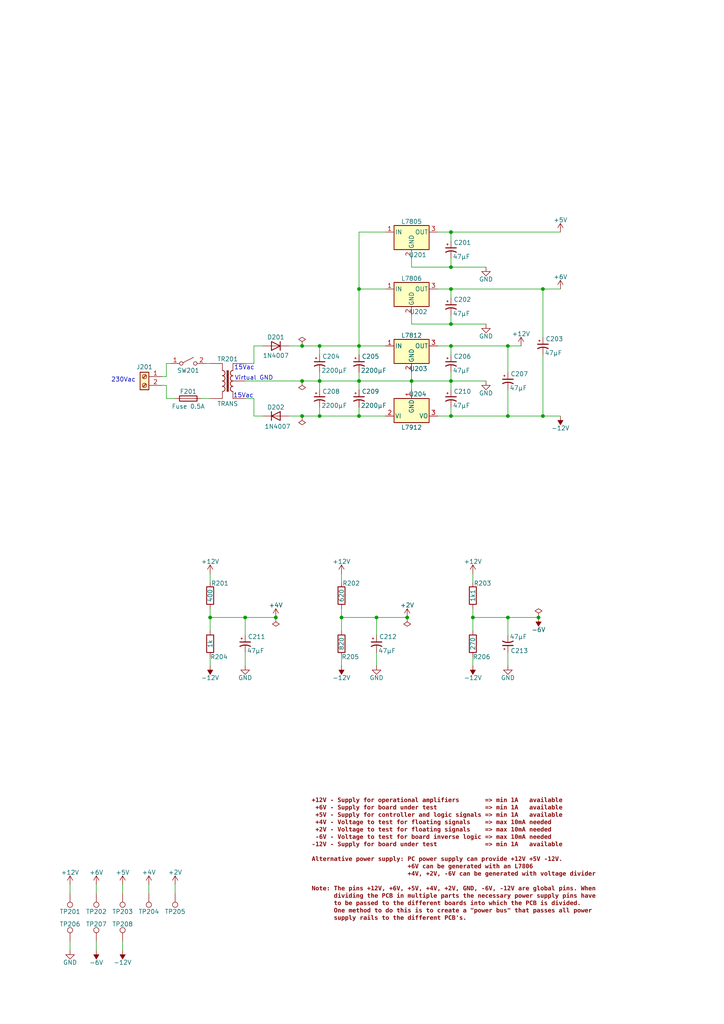
<source format=kicad_sch>
(kicad_sch (version 20250114) (generator "eeschema") (generator_version "9.0")
  (paper "A4" portrait)
  (title_block (title "VersaLogic board tester") (date "2025-09-09") (rev "1.0") (comment 1 "Copyright (c) 2025 by Filip Pynckels & Robin Pynckels"))
  (lib_symbols
    (symbol "Connector:Screw_Terminal_01x02" (pin_names (offset 1.016) (hide yes))
      (property "Reference" "J" (at 0 2.54 0))
      (property "Value" "Screw_Terminal_01x02" (at 0 -5.08 0))
      (symbol "Screw_Terminal_01x02_1_1"
        (rectangle (start -1.27 1.27) (end 1.27 -3.81) (stroke (width 0.254)) (fill (type background)))
        (polyline (pts (xy -0.5334 0.3302) (xy 0.3302 -0.508)) (stroke (width 0.1524)))
        (polyline (pts (xy -0.5334 -2.2098) (xy 0.3302 -3.048)) (stroke (width 0.1524)))
        (polyline (pts (xy -0.3556 0.508) (xy 0.508 -0.3302)) (stroke (width 0.1524)))
        (polyline (pts (xy -0.3556 -2.032) (xy 0.508 -2.8702)) (stroke (width 0.1524)))
        (circle (center 0 0) (radius 0.635) (stroke (width 0.1524)))
        (circle (center 0 -2.54) (radius 0.635) (stroke (width 0.1524)))
        (pin passive line (at -5.08 0 0) (length 3.81) (name "Pin_1") (number "1"))
        (pin passive line (at -5.08 -2.54 0) (length 3.81) (name "Pin_2") (number "2"))
      )
    )
    (symbol "Connector:TestPoint" (pin_numbers (hide yes)) (pin_names (offset 0.762) (hide yes))
      (property "Reference" "TP" (at 0 6.858 0))
      (property "Value" "TestPoint" (at 0 5.08 0))
      (symbol "TestPoint_0_1"
        (circle (center 0 3.302) (radius 0.762))
      )
      (symbol "TestPoint_1_1"
        (pin passive line (at 0 0 90) (length 2.54) (name "1") (number "1"))
      )
    )
    (symbol "Device:C_Polarized_Small_US" (pin_numbers (hide yes)) (pin_names (offset 0.254) (hide yes))
      (property "Reference" "C" (at 0.254 1.778 0))
      (property "Value" "C_Polarized_Small_US" (at 0.254 -2.032 0))
      (symbol "C_Polarized_Small_US_0_1"
        (polyline (pts (xy -1.524 0.508) (xy 1.524 0.508)) (stroke (width 0.3048)))
        (polyline (pts (xy -1.27 1.524) (xy -0.762 1.524)))
        (polyline (pts (xy -1.016 1.27) (xy -1.016 1.778)))
        (arc (start -1.524 -0.762) (mid 0 -0.3734) (end 1.524 -0.762) (stroke (width 0.3048)))
      )
      (symbol "C_Polarized_Small_US_1_1"
        (pin passive line (at 0 2.54 270) (length 2.032) (name "~") (number "1"))
        (pin passive line (at 0 -2.54 90) (length 2.032) (name "~") (number "2"))
      )
    )
    (symbol "Device:Fuse" (pin_numbers (hide yes)) (pin_names (offset 0))
      (property "Reference" "F" (at 2.032 0 90))
      (property "Value" "Fuse" (at -1.905 0 90))
      (symbol "Fuse_0_1"
        (rectangle (start -0.762 -2.54) (end 0.762 2.54) (stroke (width 0.254)))
        (polyline (pts (xy 0 2.54) (xy 0 -2.54)))
      )
      (symbol "Fuse_1_1"
        (pin passive line (at 0 3.81 270) (length 1.27) (name "~") (number "1"))
        (pin passive line (at 0 -3.81 90) (length 1.27) (name "~") (number "2"))
      )
    )
    (symbol "Device:R" (pin_numbers (hide yes)) (pin_names (offset 0))
      (property "Reference" "R" (at 2.032 0 90))
      (property "Value" "R" (at 0 0 90))
      (symbol "R_0_1"
        (rectangle (start -1.016 -2.54) (end 1.016 2.54) (stroke (width 0.254)))
      )
      (symbol "R_1_1"
        (pin passive line (at 0 3.81 270) (length 1.27) (name "~") (number "1"))
        (pin passive line (at 0 -3.81 90) (length 1.27) (name "~") (number "2"))
      )
    )
    (symbol "Diode:1N4007" (pin_numbers (hide yes)) (pin_names (hide yes))
      (property "Reference" "D" (at 0 2.54 0))
      (property "Value" "1N4007" (at 0 -2.54 0))
      (symbol "1N4007_0_1"
        (polyline (pts (xy -1.27 1.27) (xy -1.27 -1.27)) (stroke (width 0.254)))
        (polyline (pts (xy 1.27 1.27) (xy 1.27 -1.27) (xy -1.27 0) (xy 1.27 1.27)) (stroke (width 0.254)))
        (polyline (pts (xy 1.27 0) (xy -1.27 0)))
      )
      (symbol "1N4007_1_1"
        (pin passive line (at -3.81 0 0) (length 2.54) (name "K") (number "1"))
        (pin passive line (at 3.81 0 180) (length 2.54) (name "A") (number "2"))
      )
    )
    (symbol "Power:+2V" (power) (pin_numbers (hide yes)) (pin_names (offset 0) (hide yes))
      (property "Value" "+2V" (at 0 3.556 0))
      (symbol "+2V_0_1"
        (polyline (pts (xy -0.762 1.27) (xy 0 2.54)))
        (polyline (pts (xy 0 2.54) (xy 0.762 1.27)))
        (polyline (pts (xy 0 0) (xy 0 2.54)))
      )
      (symbol "+2V_1_1"
        (pin power_in line (at 0 0 90) (length 0) (name "~") (number "1"))
      )
    )
    (symbol "Regulator_Linear:L7805" (pin_names (offset 0.254))
      (property "Reference" "U" (at -3.81 3.175 0))
      (property "Value" "L7805" (at 0 3.175 0))
      (symbol "L7805_0_1"
        (rectangle (start -5.08 1.905) (end 5.08 -5.08) (stroke (width 0.254)) (fill (type background)))
      )
      (symbol "L7805_1_1"
        (pin power_in line (at -7.62 0 0) (length 2.54) (name "IN") (number "1"))
        (pin power_in line (at 0 -7.62 90) (length 2.54) (name "GND") (number "2"))
        (pin power_out line (at 7.62 0 180) (length 2.54) (name "OUT") (number "3"))
      )
    )
    (symbol "Regulator_Linear:L7806" (pin_names (offset 0.254))
      (property "Reference" "U" (at -3.81 3.175 0))
      (property "Value" "L7806" (at 0 3.175 0))
      (symbol "L7806_0_1"
        (rectangle (start -5.08 1.905) (end 5.08 -5.08) (stroke (width 0.254)) (fill (type background)))
      )
      (symbol "L7806_1_1"
        (pin power_in line (at -7.62 0 0) (length 2.54) (name "IN") (number "1"))
        (pin power_in line (at 0 -7.62 90) (length 2.54) (name "GND") (number "2"))
        (pin power_out line (at 7.62 0 180) (length 2.54) (name "OUT") (number "3"))
      )
    )
    (symbol "Regulator_Linear:L7812" (pin_names (offset 0.254))
      (property "Reference" "U" (at -3.81 3.175 0))
      (property "Value" "L7812" (at 0 3.175 0))
      (symbol "L7812_0_1"
        (rectangle (start -5.08 1.905) (end 5.08 -5.08) (stroke (width 0.254)) (fill (type background)))
      )
      (symbol "L7812_1_1"
        (pin power_in line (at -7.62 0 0) (length 2.54) (name "IN") (number "1"))
        (pin power_in line (at 0 -7.62 90) (length 2.54) (name "GND") (number "2"))
        (pin power_out line (at 7.62 0 180) (length 2.54) (name "OUT") (number "3"))
      )
    )
    (symbol "Regulator_Linear:L7912" (pin_names (offset 0.254))
      (property "Reference" "U" (at -3.81 -3.175 0))
      (property "Value" "L7912" (at 0 -3.175 0))
      (symbol "L7912_0_1"
        (rectangle (start -5.08 5.08) (end 5.08 -1.905) (stroke (width 0.254)) (fill (type background)))
      )
      (symbol "L7912_1_1"
        (pin power_in line (at -7.62 0 0) (length 2.54) (name "VI") (number "2"))
        (pin power_in line (at 0 7.62 270) (length 2.54) (name "GND") (number "1"))
        (pin power_out line (at 7.62 0 180) (length 2.54) (name "VO") (number "3"))
      )
    )
    (symbol "Switch:SW_SPST" (pin_names (offset 0) (hide yes))
      (property "Reference" "SW" (at 0 3.175 0))
      (property "Value" "SW_SPST" (at 0 -2.54 0))
      (symbol "SW_SPST_0_0"
        (circle (center -2.032 0) (radius 0.508))
        (polyline (pts (xy -1.524 0.254) (xy 1.524 1.778)))
        (circle (center 2.032 0) (radius 0.508))
      )
      (symbol "SW_SPST_1_1"
        (pin passive line (at -5.08 0 0) (length 2.54) (name "A") (number "1"))
        (pin passive line (at 5.08 0 180) (length 2.54) (name "B") (number "2"))
      )
    )
    (symbol "Transformer:TRANSF4" (pin_numbers (hide yes)) (pin_names (offset 0))
      (property "Reference" "TR" (at 0 6.35 0))
      (property "Value" "TRANSF4" (at 0 -6.35 0))
      (symbol "TRANSF4_0_1"
        (polyline (pts (xy -2.54 5.08) (xy -1.524 5.08) (xy -1.524 3.048) (xy -1.524 3.048)) (stroke (width 0.1524)))
        (arc (start -1.524 3.048) (mid -0.7653 2.286) (end -1.524 1.524) (stroke (width 0.2032)))
        (arc (start -1.524 1.524) (mid -0.7653 0.762) (end -1.524 0) (stroke (width 0.2032)))
        (arc (start -1.524 0) (mid -0.7653 -0.762) (end -1.524 -1.524) (stroke (width 0.2032)))
        (arc (start -1.524 -1.524) (mid -0.7653 -2.286) (end -1.524 -3.048) (stroke (width 0.2032)))
        (polyline (pts (xy -1.524 0) (xy -2.54 0) (xy -2.54 0)) (fill (type outline)))
        (polyline (pts (xy -1.524 -3.048) (xy -1.524 -5.08) (xy -2.54 -5.08) (xy -2.54 -5.08)) (stroke (width 0.1524)))
        (rectangle (start -0.254 3.048) (end 0.254 -3.048) (stroke (width 0.0254)) (fill (type outline)))
        (polyline (pts (xy 1.524 3.048) (xy 1.524 5.08) (xy 2.54 5.08) (xy 2.54 5.08)) (stroke (width 0.1524)))
        (arc (start 1.524 1.524) (mid 0.7653 2.286) (end 1.524 3.048) (stroke (width 0.2032)))
        (arc (start 1.524 0) (mid 0.7653 0.762) (end 1.524 1.524) (stroke (width 0.2032)))
        (arc (start 1.524 -1.524) (mid 0.7653 -0.762) (end 1.524 0) (stroke (width 0.2032)))
        (arc (start 1.524 -3.048) (mid 0.7653 -2.286) (end 1.524 -1.524) (stroke (width 0.2032)))
        (polyline (pts (xy 2.54 -5.08) (xy 1.524 -5.08) (xy 1.524 -3.048) (xy 1.524 -3.048)) (stroke (width 0.1524)))
      )
      (symbol "TRANSF4_1_1"
        (pin passive line (at -5.08 5.08 0) (length 2.54) (name "~") (number "1"))
        (pin passive line (at -5.08 0 0) (length 2.54) (name "~") (number "2"))
        (pin passive line (at -5.08 -5.08 0) (length 2.54) (name "~") (number "3"))
        (pin passive line (at 5.08 5.08 180) (length 2.54) (name "~") (number "5"))
        (pin passive line (at 5.08 -5.08 180) (length 2.54) (name "~") (number "4"))
      )
    )
    (symbol "power:+12V" (power) (pin_numbers (hide yes)) (pin_names (offset 0) (hide yes))
      (property "Value" "+12V" (at 0 3.556 0))
      (symbol "+12V_0_1"
        (polyline (pts (xy -0.762 1.27) (xy 0 2.54)))
        (polyline (pts (xy 0 2.54) (xy 0.762 1.27)))
        (polyline (pts (xy 0 0) (xy 0 2.54)))
      )
      (symbol "+12V_1_1"
        (pin power_in line (at 0 0 90) (length 0) (name "~") (number "1"))
      )
    )
    (symbol "power:+4V" (power) (pin_numbers (hide yes)) (pin_names (offset 0) (hide yes))
      (property "Value" "+4V" (at 0 3.556 0))
      (symbol "+4V_0_1"
        (polyline (pts (xy -0.762 1.27) (xy 0 2.54)))
        (polyline (pts (xy 0 2.54) (xy 0.762 1.27)))
        (polyline (pts (xy 0 0) (xy 0 2.54)))
      )
      (symbol "+4V_1_1"
        (pin power_in line (at 0 0 90) (length 0) (name "~") (number "1"))
      )
    )
    (symbol "power:+5V" (power) (pin_numbers (hide yes)) (pin_names (offset 0) (hide yes))
      (property "Value" "+5V" (at 0 3.556 0))
      (symbol "+5V_0_1"
        (polyline (pts (xy -0.762 1.27) (xy 0 2.54)))
        (polyline (pts (xy 0 2.54) (xy 0.762 1.27)))
        (polyline (pts (xy 0 0) (xy 0 2.54)))
      )
      (symbol "+5V_1_1"
        (pin power_in line (at 0 0 90) (length 0) (name "~") (number "1"))
      )
    )
    (symbol "power:+6V" (power) (pin_numbers (hide yes)) (pin_names (offset 0) (hide yes))
      (property "Value" "+6V" (at 0 3.556 0))
      (symbol "+6V_0_1"
        (polyline (pts (xy -0.762 1.27) (xy 0 2.54)))
        (polyline (pts (xy 0 2.54) (xy 0.762 1.27)))
        (polyline (pts (xy 0 0) (xy 0 2.54)))
      )
      (symbol "+6V_1_1"
        (pin power_in line (at 0 0 90) (length 0) (name "~") (number "1"))
      )
    )
    (symbol "power:-12V" (power) (pin_numbers (hide yes)) (pin_names (offset 0) (hide yes))
      (property "Value" "-12V" (at 0 3.556 0))
      (symbol "-12V_0_0"
        (pin power_in line (at 0 0 90) (length 0) (name "~") (number "1"))
      )
      (symbol "-12V_0_1"
        (polyline (pts (xy 0 0) (xy 0 1.27) (xy 0.762 1.27) (xy 0 2.54) (xy -0.762 1.27) (xy 0 1.27)) (fill (type outline)))
      )
    )
    (symbol "power:-6V" (power) (pin_numbers (hide yes)) (pin_names (offset 0) (hide yes))
      (property "Value" "-6V" (at 0 3.556 0))
      (symbol "-6V_0_0"
        (pin power_in line (at 0 0 90) (length 0) (name "~") (number "1"))
      )
      (symbol "-6V_0_1"
        (polyline (pts (xy 0 0) (xy 0 1.27) (xy 0.762 1.27) (xy 0 2.54) (xy -0.762 1.27) (xy 0 1.27)) (fill (type outline)))
      )
    )
    (symbol "power:GND" (power) (pin_numbers (hide yes)) (pin_names (offset 0) (hide yes))
      (property "Value" "GND" (at 0 -3.81 0))
      (symbol "GND_0_1"
        (polyline (pts (xy 0 0) (xy 0 -1.27) (xy 1.27 -1.27) (xy 0 -2.54) (xy -1.27 -1.27) (xy 0 -1.27)))
      )
      (symbol "GND_1_1"
        (pin power_in line (at 0 0 270) (length 0) (name "~") (number "1"))
      )
    )
    (symbol "power:PWR_FLAG" (power) (pin_numbers (hide yes)) (pin_names (offset 0) (hide yes))
      (property "Value" "PWR_FLAG" (at 0 3.81 0))
      (symbol "PWR_FLAG_0_0"
        (pin power_out line (at 0 0 90) (length 0) (name "~") (number "1"))
      )
      (symbol "PWR_FLAG_0_1"
        (polyline (pts (xy 0 0) (xy 0 1.27) (xy -1.016 1.905) (xy 0 2.54) (xy 1.016 1.905) (xy 0 1.27)))
      )
    )
  )
  (text "15Vac" (at 70.866 106.68 0) (effects (font (size 1.27 1.27))))
  (text "Virtual GND" (at 73.66 109.728 0) (effects (font (size 1.27 1.27))))
  (text "15Vac" (at 70.612 114.808 0) (effects (font (size 1.27 1.27))))
  (text "230Vac" (at 39.37 110.236 0) (effects (font (size 1.27 1.27)) (justify right)))
  (text "+12V - Supply for operational amplifiers       => min 1A   available\n +6V - Supply for board under test             => min 1A   available\n +5V - Supply for controller and logic signals => min 1A   available\n +4V - Voltage to test for floating signals    => max 10mA needed\n +2V - Voltage to test for floating signals    => max 10mA needed\n -6V - Voltage to test for board inverse logic => max 10mA needed\n-12V - Supply for board under test             => min 1A   available\n\nAlternative power supply: PC power supply can provide +12V +5V -12V.\n                          +6V can be generated with an L7806\n                          +4V, +2V, -6V can be generated with voltage divider\n\nNote: The pins +12V, +6V, +5V, +4V, +2V, GND, -6V, -12V are global pins. When\n      dividing the PCB in multiple parts the necessary power supply pins have\n      to be passed to the different boards into which the PCB is divided.\n      One method to do this is to create a \"power bus\" that passes all power\n      supply rails to the different PCB's." (at 90.424 231.902 0) (effects (font (size 1.27 1.27) (bold yes)) (justify left top)))
  (junction (at 130.81 77.47))
  (junction (at 92.71 120.65))
  (junction (at 99.06 179.07))
  (junction (at 130.81 110.49))
  (junction (at 71.12 179.07))
  (junction (at 147.32 120.65))
  (junction (at 60.96 179.07))
  (junction (at 147.32 100.33))
  (junction (at 87.63 110.49))
  (junction (at 104.14 83.82))
  (junction (at 119.38 110.49))
  (junction (at 109.22 179.07))
  (junction (at 156.21 179.07))
  (junction (at 130.81 120.65))
  (junction (at 80.01 179.07))
  (junction (at 130.81 67.31))
  (junction (at 92.71 100.33))
  (junction (at 87.63 120.65))
  (junction (at 157.48 120.65))
  (junction (at 137.16 179.07))
  (junction (at 130.81 83.82))
  (junction (at 118.11 179.07))
  (junction (at 104.14 100.33))
  (junction (at 157.48 83.82))
  (junction (at 130.81 93.98))
  (junction (at 147.32 179.07))
  (junction (at 130.81 100.33))
  (junction (at 92.71 110.49))
  (junction (at 87.63 100.33))
  (junction (at 104.14 110.49))
  (junction (at 104.14 120.65))
  (wire (pts (xy 109.22 179.07) (xy 109.22 184.15)))
  (wire (pts (xy 60.96 166.37) (xy 60.96 168.91)))
  (wire (pts (xy 71.12 189.23) (xy 71.12 193.04)))
  (wire (pts (xy 104.14 110.49) (xy 92.71 110.49)))
  (wire (pts (xy 147.32 100.33) (xy 151.13 100.33)))
  (wire (pts (xy 119.38 110.49) (xy 130.81 110.49)))
  (wire (pts (xy 111.76 120.65) (xy 104.14 120.65)))
  (wire (pts (xy 104.14 102.87) (xy 104.14 100.33)))
  (wire (pts (xy 71.12 179.07) (xy 71.12 184.15)))
  (wire (pts (xy 119.38 74.93) (xy 119.38 77.47)))
  (wire (pts (xy 147.32 179.07) (xy 137.16 179.07)))
  (wire (pts (xy 130.81 107.95) (xy 130.81 110.49)))
  (wire (pts (xy 99.06 179.07) (xy 99.06 182.88)))
  (wire (pts (xy 99.06 190.5) (xy 99.06 193.04)))
  (wire (pts (xy 92.71 110.49) (xy 92.71 113.03)))
  (wire (pts (xy 156.21 179.07) (xy 147.32 179.07)))
  (wire (pts (xy 127 120.65) (xy 130.81 120.65)))
  (wire (pts (xy 104.14 67.31) (xy 104.14 83.82)))
  (wire (pts (xy 147.32 189.23) (xy 147.32 193.04)))
  (wire (pts (xy 130.81 93.98) (xy 140.97 93.98)))
  (wire (pts (xy 87.63 110.49) (xy 92.71 110.49)))
  (wire (pts (xy 48.26 111.76) (xy 48.26 115.57)))
  (wire (pts (xy 27.94 256.54) (xy 27.94 259.08)))
  (wire (pts (xy 73.66 115.57) (xy 73.66 120.65)))
  (wire (pts (xy 119.38 110.49) (xy 119.38 113.03)))
  (wire (pts (xy 58.42 115.57) (xy 60.96 115.57)))
  (wire (pts (xy 48.26 109.22) (xy 48.26 105.41)))
  (wire (pts (xy 130.81 120.65) (xy 147.32 120.65)))
  (wire (pts (xy 130.81 67.31) (xy 162.56 67.31)))
  (wire (pts (xy 92.71 100.33) (xy 92.71 102.87)))
  (wire (pts (xy 109.22 179.07) (xy 99.06 179.07)))
  (wire (pts (xy 147.32 179.07) (xy 147.32 184.15)))
  (wire (pts (xy 99.06 166.37) (xy 99.06 168.91)))
  (wire (pts (xy 111.76 83.82) (xy 104.14 83.82)))
  (wire (pts (xy 48.26 105.41) (xy 49.53 105.41)))
  (wire (pts (xy 83.82 100.33) (xy 87.63 100.33)))
  (wire (pts (xy 130.81 83.82) (xy 130.81 86.36)))
  (wire (pts (xy 104.14 113.03) (xy 104.14 110.49)))
  (wire (pts (xy 71.12 179.07) (xy 60.96 179.07)))
  (wire (pts (xy 130.81 67.31) (xy 130.81 69.85)))
  (wire (pts (xy 157.48 102.87) (xy 157.48 120.65)))
  (wire (pts (xy 127 67.31) (xy 130.81 67.31)))
  (wire (pts (xy 104.14 100.33) (xy 111.76 100.33)))
  (wire (pts (xy 46.99 109.22) (xy 48.26 109.22)))
  (wire (pts (xy 35.56 273.05) (xy 35.56 275.59)))
  (wire (pts (xy 71.12 115.57) (xy 73.66 115.57)))
  (wire (pts (xy 130.81 91.44) (xy 130.81 93.98)))
  (wire (pts (xy 99.06 176.53) (xy 99.06 179.07)))
  (wire (pts (xy 109.22 189.23) (xy 109.22 193.04)))
  (wire (pts (xy 73.66 105.41) (xy 73.66 100.33)))
  (wire (pts (xy 104.14 100.33) (xy 92.71 100.33)))
  (wire (pts (xy 43.18 256.54) (xy 43.18 259.08)))
  (wire (pts (xy 104.14 110.49) (xy 119.38 110.49)))
  (wire (pts (xy 80.01 179.07) (xy 71.12 179.07)))
  (wire (pts (xy 27.94 273.05) (xy 27.94 275.59)))
  (wire (pts (xy 104.14 83.82) (xy 104.14 100.33)))
  (wire (pts (xy 87.63 100.33) (xy 92.71 100.33)))
  (wire (pts (xy 71.12 110.49) (xy 87.63 110.49)))
  (wire (pts (xy 130.81 74.93) (xy 130.81 77.47)))
  (wire (pts (xy 59.69 105.41) (xy 60.96 105.41)))
  (wire (pts (xy 147.32 100.33) (xy 147.32 107.95)))
  (wire (pts (xy 92.71 107.95) (xy 92.71 110.49)))
  (wire (pts (xy 157.48 83.82) (xy 157.48 97.79)))
  (wire (pts (xy 20.32 256.54) (xy 20.32 259.08)))
  (wire (pts (xy 127 83.82) (xy 130.81 83.82)))
  (wire (pts (xy 127 100.33) (xy 130.81 100.33)))
  (wire (pts (xy 130.81 83.82) (xy 157.48 83.82)))
  (wire (pts (xy 111.76 67.31) (xy 104.14 67.31)))
  (wire (pts (xy 137.16 190.5) (xy 137.16 193.04)))
  (wire (pts (xy 35.56 256.54) (xy 35.56 259.08)))
  (wire (pts (xy 137.16 179.07) (xy 137.16 182.88)))
  (wire (pts (xy 60.96 176.53) (xy 60.96 179.07)))
  (wire (pts (xy 104.14 107.95) (xy 104.14 110.49)))
  (wire (pts (xy 48.26 115.57) (xy 50.8 115.57)))
  (wire (pts (xy 71.12 105.41) (xy 73.66 105.41)))
  (wire (pts (xy 20.32 273.05) (xy 20.32 275.59)))
  (wire (pts (xy 118.11 179.07) (xy 109.22 179.07)))
  (wire (pts (xy 104.14 120.65) (xy 104.14 118.11)))
  (wire (pts (xy 130.81 110.49) (xy 140.97 110.49)))
  (wire (pts (xy 119.38 107.95) (xy 119.38 110.49)))
  (wire (pts (xy 130.81 118.11) (xy 130.81 120.65)))
  (wire (pts (xy 92.71 118.11) (xy 92.71 120.65)))
  (wire (pts (xy 137.16 166.37) (xy 137.16 168.91)))
  (wire (pts (xy 119.38 93.98) (xy 130.81 93.98)))
  (wire (pts (xy 157.48 83.82) (xy 162.56 83.82)))
  (wire (pts (xy 119.38 91.44) (xy 119.38 93.98)))
  (wire (pts (xy 50.8 256.54) (xy 50.8 259.08)))
  (wire (pts (xy 87.63 120.65) (xy 92.71 120.65)))
  (wire (pts (xy 46.99 111.76) (xy 48.26 111.76)))
  (wire (pts (xy 147.32 113.03) (xy 147.32 120.65)))
  (wire (pts (xy 60.96 190.5) (xy 60.96 193.04)))
  (wire (pts (xy 130.81 100.33) (xy 147.32 100.33)))
  (wire (pts (xy 83.82 120.65) (xy 87.63 120.65)))
  (wire (pts (xy 157.48 120.65) (xy 162.56 120.65)))
  (wire (pts (xy 119.38 77.47) (xy 130.81 77.47)))
  (wire (pts (xy 130.81 77.47) (xy 140.97 77.47)))
  (wire (pts (xy 130.81 100.33) (xy 130.81 102.87)))
  (wire (pts (xy 92.71 120.65) (xy 104.14 120.65)))
  (wire (pts (xy 73.66 100.33) (xy 76.2 100.33)))
  (wire (pts (xy 137.16 176.53) (xy 137.16 179.07)))
  (wire (pts (xy 73.66 120.65) (xy 76.2 120.65)))
  (wire (pts (xy 147.32 120.65) (xy 157.48 120.65)))
  (wire (pts (xy 130.81 110.49) (xy 130.81 113.03)))
  (wire (pts (xy 60.96 179.07) (xy 60.96 182.88)))
  (symbol (lib_id "power:+12V") (at 151.13 100.33 0) (mirror y) (unit 1)
    (property "Reference" "#PWR0205" (effects (hide yes)))
    (property "Value" "+12V" (at 151.13 97.536 0) (effects (justify bottom)))
    (property "Description" "Power symbol creates a global label with name \"+12V\"" (effects (hide yes)))
  )
  (symbol (lib_id "power:GND") (at 140.97 110.49 0) (mirror y) (unit 1)
    (property "Reference" "#PWR0206" (effects (hide yes)))
    (property "Value" "GND" (at 140.97 113.284 0) (effects (justify top)))
    (property "Description" "Power symbol creates a global label with name \"GND\" , ground" (effects (hide yes)))
  )
  (symbol (lib_id "power:+12V") (at 20.32 256.54 0) (mirror y) (unit 1)
    (property "Reference" "#PWR0220" (effects (hide yes)))
    (property "Value" "+12V" (at 20.32 253.746 0) (effects (justify bottom)))
    (property "Description" "Power symbol creates a global label with name \"+12V\"" (effects (hide yes)))
  )
  (symbol (lib_id "Connector:TestPoint") (at 43.18 259.08 180) (unit 1)
    (property "Reference" "TP204" (at 43.18 263.652 0) (effects (justify bottom)))
    (property "Value" "TestPoint" (effects (hide yes)))
    (property "Footprint" "TestPoint:TestPoint_THTPad_D3.0mm_Drill1.5mm" (effects (hide yes)))
    (property "Description" "test point" (effects (hide yes)))
  )
  (symbol (lib_id "power:GND") (at 109.22 193.04 0) (mirror y) (unit 1)
    (property "Reference" "#PWR0217" (effects (hide yes)))
    (property "Value" "GND" (at 109.22 195.834 0) (effects (justify top)))
    (property "Description" "Power symbol creates a global label with name \"GND\" , ground" (effects (hide yes)))
  )
  (symbol (lib_id "power:+6V") (at 27.94 256.54 0) (mirror y) (unit 1)
    (property "Reference" "#PWR0221" (effects (hide yes)))
    (property "Value" "+6V" (at 27.94 253.746 0) (effects (justify bottom)))
    (property "Description" "Power symbol creates a global label with name \"+6V\"" (effects (hide yes)))
  )
  (symbol (lib_id "Connector:TestPoint") (at 35.56 273.05 0) (mirror y) (unit 1)
    (property "Reference" "TP208" (at 35.56 268.732 0) (effects (justify bottom)))
    (property "Value" "TestPoint" (effects (hide yes)))
    (property "Footprint" "TestPoint:TestPoint_THTPad_D3.0mm_Drill1.5mm" (effects (hide yes)))
    (property "Description" "test point" (effects (hide yes)))
  )
  (symbol (lib_id "Diode:1N4007") (at 80.01 100.33 180) (unit 1)
    (property "Reference" "D201" (at 80.01 97.79 0))
    (property "Value" "1N4007" (at 80.01 103.124 0))
    (property "Footprint" "Diode_THT:D_DO-41_SOD81_P10.16mm_Horizontal" (effects (hide yes)))
    (property "Datasheet" "http://www.vishay.com/docs/88503/1n4001.pdf" (effects (hide yes)))
    (property "Description" "1000V 1A General Purpose Rectifier Diode, DO-41" (effects (hide yes)))
    (property "Sim.Device" "D" (effects (hide yes)))
    (property "Sim.Pins" "1=K 2=A" (effects (hide yes)))
  )
  (symbol (lib_id "power:-12V") (at 35.56 275.59 0) (mirror x) (unit 1)
    (property "Reference" "#PWR0227" (effects (hide yes)))
    (property "Value" "-12V" (at 35.56 278.384 0) (effects (justify bottom)))
    (property "Description" "Power symbol creates a global label with name \"-12V\"" (effects (hide yes)))
  )
  (symbol (lib_id "Device:C_Polarized_Small_US") (at 130.81 105.41 0) (unit 1)
    (property "Reference" "C206" (at 131.572 103.378 0) (effects (justify left)))
    (property "Value" "47µF" (at 131.318 107.442 0) (effects (justify left)))
    (property "Footprint" "Capacitor_THT:CP_Radial_D8.0mm_P5.00mm" (effects (hide yes)))
    (property "Description" "Polarized capacitor, small US symbol" (effects (hide yes)))
  )
  (symbol (lib_id "Connector:TestPoint") (at 27.94 259.08 180) (unit 1)
    (property "Reference" "TP202" (at 27.94 263.652 0) (effects (justify bottom)))
    (property "Value" "TestPoint" (effects (hide yes)))
    (property "Footprint" "TestPoint:TestPoint_THTPad_D3.0mm_Drill1.5mm" (effects (hide yes)))
    (property "Description" "test point" (effects (hide yes)))
  )
  (symbol (lib_id "Device:C_Polarized_Small_US") (at 147.32 186.69 0) (mirror x) (unit 1)
    (property "Reference" "C213" (at 148.082 188.722 0) (effects (justify left)))
    (property "Value" "47µF" (at 147.828 184.658 0) (effects (justify left)))
    (property "Footprint" "Capacitor_THT:CP_Radial_D8.0mm_P5.00mm" (effects (hide yes)))
    (property "Description" "Polarized capacitor, small US symbol" (effects (hide yes)))
  )
  (symbol (lib_id "Device:R") (at 60.96 172.72 0) (unit 1)
    (property "Reference" "R201" (at 61.214 169.164 0) (effects (justify left)))
    (property "Value" "400" (at 60.96 172.72 90))
    (property "Footprint" "Resistor_THT:R_Axial_DIN0207_L6.3mm_D2.5mm_P7.62mm_Horizontal" (effects (hide yes)))
    (property "Description" "Resistor" (effects (hide yes)))
  )
  (symbol (lib_id "Power:+2V") (at 50.8 256.54 0) (unit 1)
    (property "Reference" "#PWR0224" (effects (hide yes)))
    (property "Value" "+2V" (at 50.8 252.984 0))
    (property "Description" "Power symbol creates a global label with name \"+2V\"" (effects (hide yes)))
  )
  (symbol (lib_id "power:PWR_FLAG") (at 118.11 179.07 180) (unit 1)
    (property "Reference" "#FLG0205" (effects (hide yes)))
    (property "Value" "PWR_FLAG" (effects (hide yes)))
    (property "Description" "Special symbol for telling ERC where power comes from" (effects (hide yes)))
  )
  (symbol (lib_id "Switch:SW_SPST") (at 54.61 105.41 0) (unit 1)
    (property "Reference" "SW201" (at 54.61 107.442 0))
    (property "Value" "SW_SPST" (effects (hide yes)))
    (property "Description" "Single Pole Single Throw (SPST) switch" (effects (hide yes)))
  )
  (symbol (lib_id "Device:C_Polarized_Small_US") (at 130.81 115.57 0) (unit 1)
    (property "Reference" "C210" (at 131.572 113.538 0) (effects (justify left)))
    (property "Value" "47µF" (at 131.318 117.602 0) (effects (justify left)))
    (property "Footprint" "Capacitor_THT:CP_Radial_D8.0mm_P5.00mm" (effects (hide yes)))
    (property "Description" "Polarized capacitor, small US symbol" (effects (hide yes)))
  )
  (symbol (lib_id "Connector:TestPoint") (at 50.8 259.08 180) (unit 1)
    (property "Reference" "TP205" (at 50.8 263.652 0) (effects (justify bottom)))
    (property "Value" "TestPoint" (effects (hide yes)))
    (property "Footprint" "TestPoint:TestPoint_THTPad_D3.0mm_Drill1.5mm" (effects (hide yes)))
    (property "Description" "test point" (effects (hide yes)))
  )
  (symbol (lib_id "power:GND") (at 140.97 93.98 0) (mirror y) (unit 1)
    (property "Reference" "#PWR0204" (effects (hide yes)))
    (property "Value" "GND" (at 140.97 96.774 0) (effects (justify top)))
    (property "Description" "Power symbol creates a global label with name \"GND\" , ground" (effects (hide yes)))
  )
  (symbol (lib_id "Power:+2V") (at 118.11 179.07 0) (unit 1)
    (property "Reference" "#PWR0212" (effects (hide yes)))
    (property "Value" "+2V" (at 118.11 175.514 0))
    (property "Description" "Power symbol creates a global label with name \"+2V\"" (effects (hide yes)))
  )
  (symbol (lib_id "Device:R") (at 137.16 172.72 0) (unit 1)
    (property "Reference" "R203" (at 137.414 169.164 0) (effects (justify left)))
    (property "Value" "1k1" (at 137.16 172.72 90))
    (property "Footprint" "Resistor_THT:R_Axial_DIN0207_L6.3mm_D2.5mm_P7.62mm_Horizontal" (effects (hide yes)))
    (property "Description" "Resistor" (effects (hide yes)))
  )
  (symbol (lib_id "Device:C_Polarized_Small_US") (at 130.81 88.9 0) (unit 1)
    (property "Reference" "C202" (at 131.572 86.868 0) (effects (justify left)))
    (property "Value" "47µF" (at 131.318 90.932 0) (effects (justify left)))
    (property "Footprint" "Capacitor_THT:CP_Radial_D8.0mm_P5.00mm" (effects (hide yes)))
    (property "Description" "Polarized capacitor, small US symbol" (effects (hide yes)))
  )
  (symbol (lib_id "Device:C_Polarized_Small_US") (at 71.12 186.69 0) (unit 1)
    (property "Reference" "C211" (at 71.882 184.658 0) (effects (justify left)))
    (property "Value" "47µF" (at 71.628 188.722 0) (effects (justify left)))
    (property "Footprint" "Capacitor_THT:CP_Radial_D8.0mm_P5.00mm" (effects (hide yes)))
    (property "Description" "Polarized capacitor, small US symbol" (effects (hide yes)))
  )
  (symbol (lib_id "power:PWR_FLAG") (at 87.63 120.65 180) (unit 1)
    (property "Reference" "#FLG0203" (effects (hide yes)))
    (property "Value" "PWR_FLAG" (effects (hide yes)))
    (property "Description" "Special symbol for telling ERC where power comes from" (effects (hide yes)))
  )
  (symbol (lib_id "Device:R") (at 99.06 186.69 0) (unit 1)
    (property "Reference" "R205" (at 99.06 190.5 0) (effects (justify left)))
    (property "Value" "820" (at 99.06 186.69 90))
    (property "Footprint" "Resistor_THT:R_Axial_DIN0207_L6.3mm_D2.5mm_P7.62mm_Horizontal" (effects (hide yes)))
    (property "Description" "Resistor" (effects (hide yes)))
  )
  (symbol (lib_id "Device:Fuse") (at 54.61 115.57 90) (unit 1)
    (property "Reference" "F201" (at 54.61 113.538 90))
    (property "Value" "Fuse 0.5A" (at 54.61 117.856 90))
    (property "Footprint" "Fuse:Fuseholder_Clip-5x20mm_Littelfuse_100_Inline_P20.50x4.60mm_D1.30mm_Horizontal" (effects (hide yes)))
    (property "Description" "Fuse" (effects (hide yes)))
  )
  (symbol (lib_id "power:-12V") (at 137.16 193.04 0) (mirror x) (unit 1)
    (property "Reference" "#PWR0218" (effects (hide yes)))
    (property "Value" "-12V" (at 137.16 195.834 0) (effects (justify bottom)))
    (property "Description" "Power symbol creates a global label with name \"-12V\"" (effects (hide yes)))
  )
  (symbol (lib_id "Regulator_Linear:L7812") (at 119.38 100.33 0) (unit 1)
    (property "Reference" "U203" (at 121.412 106.934 0))
    (property "Value" "L7812" (at 119.38 97.282 0))
    (property "Footprint" "Package_TO_SOT_THT:TO-220-3_Vertical" (effects (hide yes)))
    (property "Datasheet" "http://www.st.com/content/ccc/resource/technical/document/datasheet/41/4f/b3/b0/12/d4/47/88/CD00000444.pdf/files/CD00000444.pdf/jcr:content/translations/en.CD00000444.pdf" (effects (hide yes)))
    (property "Description" "Positive 1.5A 35V Linear Regulator, Fixed Output 12V, TO-220/TO-263/TO-252" (effects (hide yes)))
  )
  (symbol (lib_id "Connector:TestPoint") (at 35.56 259.08 180) (unit 1)
    (property "Reference" "TP203" (at 35.56 263.652 0) (effects (justify bottom)))
    (property "Value" "TestPoint" (effects (hide yes)))
    (property "Footprint" "TestPoint:TestPoint_THTPad_D3.0mm_Drill1.5mm" (effects (hide yes)))
    (property "Description" "test point" (effects (hide yes)))
  )
  (symbol (lib_id "power:GND") (at 147.32 193.04 0) (mirror y) (unit 1)
    (property "Reference" "#PWR0219" (effects (hide yes)))
    (property "Value" "GND" (at 147.32 195.834 0) (effects (justify top)))
    (property "Description" "Power symbol creates a global label with name \"GND\" , ground" (effects (hide yes)))
  )
  (symbol (lib_id "Connector:Screw_Terminal_01x02") (at 41.91 109.22 0) (mirror y) (unit 1)
    (property "Reference" "J201" (at 41.91 106.426 0))
    (property "Value" "Screw_Terminal_01x02" (effects (hide yes)))
    (property "Description" "Generic screw terminal, single row, 01x02, script generated (kicad-library-utils/schlib/autogen/connector/)" (effects (hide yes)))
  )
  (symbol (lib_id "Device:C_Polarized_Small_US") (at 92.71 115.57 0) (unit 1)
    (property "Reference" "C208" (at 93.472 113.538 0) (effects (justify left)))
    (property "Value" "2200µF" (at 93.218 117.602 0) (effects (justify left)))
    (property "Footprint" "Capacitor_THT:CP_Radial_D10.0mm_P5.00mm" (effects (hide yes)))
    (property "Description" "Polarized capacitor, small US symbol" (effects (hide yes)))
  )
  (symbol (lib_id "power:+4V") (at 80.01 179.07 0) (unit 1)
    (property "Reference" "#PWR0211" (effects (hide yes)))
    (property "Value" "+4V" (at 80.01 175.514 0))
    (property "Description" "Power symbol creates a global label with name \"+4V\"" (effects (hide yes)))
  )
  (symbol (lib_id "power:+12V") (at 99.06 166.37 0) (mirror y) (unit 1)
    (property "Reference" "#PWR0209" (effects (hide yes)))
    (property "Value" "+12V" (at 99.06 163.576 0) (effects (justify bottom)))
    (property "Description" "Power symbol creates a global label with name \"+12V\"" (effects (hide yes)))
  )
  (symbol (lib_id "Regulator_Linear:L7806") (at 119.38 83.82 0) (unit 1)
    (property "Reference" "U202" (at 121.412 90.424 0))
    (property "Value" "L7806" (at 119.38 80.772 0))
    (property "Footprint" "Package_TO_SOT_THT:TO-220-3_Vertical" (effects (hide yes)))
    (property "Datasheet" "http://www.st.com/content/ccc/resource/technical/document/datasheet/41/4f/b3/b0/12/d4/47/88/CD00000444.pdf/files/CD00000444.pdf/jcr:content/translations/en.CD00000444.pdf" (effects (hide yes)))
    (property "Description" "Positive 1.5A 35V Linear Regulator, Fixed Output 6V, TO-220/TO-263/TO-252" (effects (hide yes)))
  )
  (symbol (lib_id "power:GND") (at 20.32 275.59 0) (mirror y) (unit 1)
    (property "Reference" "#PWR0225" (effects (hide yes)))
    (property "Value" "GND" (at 20.32 278.384 0) (effects (justify top)))
    (property "Description" "Power symbol creates a global label with name \"GND\" , ground" (effects (hide yes)))
  )
  (symbol (lib_id "Device:C_Polarized_Small_US") (at 157.48 100.33 0) (unit 1)
    (property "Reference" "C203" (at 158.242 98.298 0) (effects (justify left)))
    (property "Value" "47µF" (at 157.988 102.362 0) (effects (justify left)))
    (property "Footprint" "Capacitor_THT:CP_Radial_D8.0mm_P5.00mm" (effects (hide yes)))
    (property "Description" "Polarized capacitor, small US symbol" (effects (hide yes)))
  )
  (symbol (lib_id "power:PWR_FLAG") (at 87.63 110.49 180) (unit 1)
    (property "Reference" "#FLG0202" (effects (hide yes)))
    (property "Value" "PWR_FLAG" (effects (hide yes)))
    (property "Description" "Special symbol for telling ERC where power comes from" (effects (hide yes)))
  )
  (symbol (lib_id "Transformer:TRANSF4") (at 66.04 110.49 180) (unit 1)
    (property "Reference" "TR201" (at 66.04 104.14 0))
    (property "Value" "TRANS" (at 66.04 117.094 0))
  )
  (symbol (lib_id "Device:R") (at 60.96 186.69 0) (unit 1)
    (property "Reference" "R204" (at 60.96 190.5 0) (effects (justify left)))
    (property "Value" "1k" (at 60.96 186.69 90))
    (property "Footprint" "Resistor_THT:R_Axial_DIN0207_L6.3mm_D2.5mm_P7.62mm_Horizontal" (effects (hide yes)))
    (property "Description" "Resistor" (effects (hide yes)))
  )
  (symbol (lib_id "Regulator_Linear:L7912") (at 119.38 120.65 0) (unit 1)
    (property "Reference" "U204" (at 121.158 114.3 0))
    (property "Value" "L7912" (at 119.38 123.952 0))
    (property "Footprint" "Package_TO_SOT_THT:TO-220-3_Vertical" (effects (hide yes)))
    (property "Datasheet" "http://www.st.com/content/ccc/resource/technical/document/datasheet/c9/16/86/41/c7/2b/45/f2/CD00000450.pdf/files/CD00000450.pdf/jcr:content/translations/en.CD00000450.pdf" (effects (hide yes)))
    (property "Description" "Negative 1.5A 35V Linear Regulator, Fixed Output -12V, TO-220/TO-263" (effects (hide yes)))
  )
  (symbol (lib_id "power:PWR_FLAG") (at 87.63 100.33 0) (unit 1)
    (property "Reference" "#FLG0201" (effects (hide yes)))
    (property "Value" "PWR_FLAG" (effects (hide yes)))
    (property "Description" "Special symbol for telling ERC where power comes from" (effects (hide yes)))
  )
  (symbol (lib_id "Connector:TestPoint") (at 20.32 273.05 0) (mirror y) (unit 1)
    (property "Reference" "TP206" (at 20.32 268.732 0) (effects (justify bottom)))
    (property "Value" "TestPoint" (effects (hide yes)))
    (property "Footprint" "TestPoint:TestPoint_THTPad_D3.0mm_Drill1.5mm" (effects (hide yes)))
    (property "Description" "test point" (effects (hide yes)))
  )
  (symbol (lib_id "power:+6V") (at 162.56 83.82 0) (mirror y) (unit 1)
    (property "Reference" "#PWR0203" (effects (hide yes)))
    (property "Value" "+6V" (at 162.56 81.026 0) (effects (justify bottom)))
    (property "Description" "Power symbol creates a global label with name \"+6V\"" (effects (hide yes)))
  )
  (symbol (lib_id "Device:C_Polarized_Small_US") (at 104.14 105.41 0) (unit 1)
    (property "Reference" "C205" (at 104.902 103.378 0) (effects (justify left)))
    (property "Value" "2200µF" (at 104.648 107.442 0) (effects (justify left)))
    (property "Footprint" "Capacitor_THT:CP_Radial_D10.0mm_P5.00mm" (effects (hide yes)))
    (property "Description" "Polarized capacitor, small US symbol" (effects (hide yes)))
  )
  (symbol (lib_id "power:-6V") (at 156.21 179.07 180) (unit 1)
    (property "Reference" "#PWR0213" (effects (hide yes)))
    (property "Value" "-6V" (at 156.21 182.626 0))
    (property "Description" "Power symbol creates a global label with name \"-6V\"" (effects (hide yes)))
  )
  (symbol (lib_id "power:PWR_FLAG") (at 80.01 179.07 180) (unit 1)
    (property "Reference" "#FLG0204" (effects (hide yes)))
    (property "Value" "PWR_FLAG" (effects (hide yes)))
    (property "Description" "Special symbol for telling ERC where power comes from" (effects (hide yes)))
  )
  (symbol (lib_id "Connector:TestPoint") (at 27.94 273.05 0) (mirror y) (unit 1)
    (property "Reference" "TP207" (at 27.94 268.732 0) (effects (justify bottom)))
    (property "Value" "TestPoint" (effects (hide yes)))
    (property "Footprint" "TestPoint:TestPoint_THTPad_D3.0mm_Drill1.5mm" (effects (hide yes)))
    (property "Description" "test point" (effects (hide yes)))
  )
  (symbol (lib_id "power:GND") (at 140.97 77.47 0) (mirror y) (unit 1)
    (property "Reference" "#PWR0202" (effects (hide yes)))
    (property "Value" "GND" (at 140.97 80.264 0) (effects (justify top)))
    (property "Description" "Power symbol creates a global label with name \"GND\" , ground" (effects (hide yes)))
  )
  (symbol (lib_id "power:-12V") (at 162.56 120.65 0) (mirror x) (unit 1)
    (property "Reference" "#PWR0207" (effects (hide yes)))
    (property "Value" "-12V" (at 162.56 123.444 0) (effects (justify bottom)))
    (property "Description" "Power symbol creates a global label with name \"-12V\"" (effects (hide yes)))
  )
  (symbol (lib_id "power:-12V") (at 60.96 193.04 0) (mirror x) (unit 1)
    (property "Reference" "#PWR0214" (effects (hide yes)))
    (property "Value" "-12V" (at 60.96 195.834 0) (effects (justify bottom)))
    (property "Description" "Power symbol creates a global label with name \"-12V\"" (effects (hide yes)))
  )
  (symbol (lib_id "power:+12V") (at 60.96 166.37 0) (mirror y) (unit 1)
    (property "Reference" "#PWR0208" (effects (hide yes)))
    (property "Value" "+12V" (at 60.96 163.576 0) (effects (justify bottom)))
    (property "Description" "Power symbol creates a global label with name \"+12V\"" (effects (hide yes)))
  )
  (symbol (lib_id "Connector:TestPoint") (at 20.32 259.08 180) (unit 1)
    (property "Reference" "TP201" (at 20.32 263.652 0) (effects (justify bottom)))
    (property "Value" "TestPoint" (effects (hide yes)))
    (property "Footprint" "TestPoint:TestPoint_THTPad_D3.0mm_Drill1.5mm" (effects (hide yes)))
    (property "Description" "test point" (effects (hide yes)))
  )
  (symbol (lib_id "power:+5V") (at 35.56 256.54 0) (mirror y) (unit 1)
    (property "Reference" "#PWR0222" (effects (hide yes)))
    (property "Value" "+5V" (at 35.56 253.746 0) (effects (justify bottom)))
    (property "Description" "Power symbol creates a global label with name \"+5V\"" (effects (hide yes)))
  )
  (symbol (lib_id "power:GND") (at 71.12 193.04 0) (mirror y) (unit 1)
    (property "Reference" "#PWR0215" (effects (hide yes)))
    (property "Value" "GND" (at 71.12 195.834 0) (effects (justify top)))
    (property "Description" "Power symbol creates a global label with name \"GND\" , ground" (effects (hide yes)))
  )
  (symbol (lib_id "power:+12V") (at 137.16 166.37 0) (mirror y) (unit 1)
    (property "Reference" "#PWR0210" (effects (hide yes)))
    (property "Value" "+12V" (at 137.16 163.576 0) (effects (justify bottom)))
    (property "Description" "Power symbol creates a global label with name \"+12V\"" (effects (hide yes)))
  )
  (symbol (lib_id "power:-12V") (at 99.06 193.04 0) (mirror x) (unit 1)
    (property "Reference" "#PWR0216" (effects (hide yes)))
    (property "Value" "-12V" (at 99.06 195.834 0) (effects (justify bottom)))
    (property "Description" "Power symbol creates a global label with name \"-12V\"" (effects (hide yes)))
  )
  (symbol (lib_id "power:-6V") (at 27.94 275.59 180) (unit 1)
    (property "Reference" "#PWR0226" (effects (hide yes)))
    (property "Value" "-6V" (at 27.94 279.146 0))
    (property "Description" "Power symbol creates a global label with name \"-6V\"" (effects (hide yes)))
  )
  (symbol (lib_id "power:+4V") (at 43.18 256.54 0) (unit 1)
    (property "Reference" "#PWR0223" (effects (hide yes)))
    (property "Value" "+4V" (at 43.18 252.984 0))
    (property "Description" "Power symbol creates a global label with name \"+4V\"" (effects (hide yes)))
  )
  (symbol (lib_id "Device:C_Polarized_Small_US") (at 92.71 105.41 0) (unit 1)
    (property "Reference" "C204" (at 93.472 103.378 0) (effects (justify left)))
    (property "Value" "2200µF" (at 93.218 107.442 0) (effects (justify left)))
    (property "Footprint" "Capacitor_THT:CP_Radial_D10.0mm_P5.00mm" (effects (hide yes)))
    (property "Description" "Polarized capacitor, small US symbol" (effects (hide yes)))
  )
  (symbol (lib_id "Diode:1N4007") (at 80.01 120.65 0) (unit 1)
    (property "Reference" "D202" (at 80.01 118.11 0))
    (property "Value" "1N4007" (at 80.518 123.698 0))
    (property "Footprint" "Diode_THT:D_DO-41_SOD81_P10.16mm_Horizontal" (effects (hide yes)))
    (property "Datasheet" "http://www.vishay.com/docs/88503/1n4001.pdf" (effects (hide yes)))
    (property "Description" "1000V 1A General Purpose Rectifier Diode, DO-41" (effects (hide yes)))
    (property "Sim.Device" "D" (effects (hide yes)))
    (property "Sim.Pins" "1=K 2=A" (effects (hide yes)))
  )
  (symbol (lib_id "Device:C_Polarized_Small_US") (at 130.81 72.39 0) (unit 1)
    (property "Reference" "C201" (at 131.572 70.358 0) (effects (justify left)))
    (property "Value" "47µF" (at 131.318 74.422 0) (effects (justify left)))
    (property "Footprint" "Capacitor_THT:CP_Radial_D8.0mm_P5.00mm" (effects (hide yes)))
    (property "Description" "Polarized capacitor, small US symbol" (effects (hide yes)))
  )
  (symbol (lib_id "power:+5V") (at 162.56 67.31 0) (mirror y) (unit 1)
    (property "Reference" "#PWR0201" (effects (hide yes)))
    (property "Value" "+5V" (at 162.56 64.516 0) (effects (justify bottom)))
    (property "Description" "Power symbol creates a global label with name \"+5V\"" (effects (hide yes)))
  )
  (symbol (lib_id "power:PWR_FLAG") (at 156.21 179.07 0) (unit 1)
    (property "Reference" "#FLG0206" (effects (hide yes)))
    (property "Value" "PWR_FLAG" (effects (hide yes)))
    (property "Description" "Special symbol for telling ERC where power comes from" (effects (hide yes)))
  )
  (symbol (lib_id "Device:C_Polarized_Small_US") (at 147.32 110.49 0) (unit 1)
    (property "Reference" "C207" (at 148.082 108.458 0) (effects (justify left)))
    (property "Value" "47µF" (at 147.828 112.522 0) (effects (justify left)))
    (property "Footprint" "Capacitor_THT:CP_Radial_D8.0mm_P5.00mm" (effects (hide yes)))
    (property "Description" "Polarized capacitor, small US symbol" (effects (hide yes)))
  )
  (symbol (lib_id "Regulator_Linear:L7805") (at 119.38 67.31 0) (unit 1)
    (property "Reference" "U201" (at 121.158 73.914 0))
    (property "Value" "L7805" (at 119.38 64.262 0))
    (property "Footprint" "Package_TO_SOT_THT:TO-220-3_Vertical" (effects (hide yes)))
    (property "Datasheet" "http://www.st.com/content/ccc/resource/technical/document/datasheet/41/4f/b3/b0/12/d4/47/88/CD00000444.pdf/files/CD00000444.pdf/jcr:content/translations/en.CD00000444.pdf" (effects (hide yes)))
    (property "Description" "Positive 1.5A 35V Linear Regulator, Fixed Output 5V, TO-220/TO-263/TO-252" (effects (hide yes)))
  )
  (symbol (lib_id "Device:R") (at 99.06 172.72 0) (unit 1)
    (property "Reference" "R202" (at 99.314 169.164 0) (effects (justify left)))
    (property "Value" "620" (at 99.06 172.72 90))
    (property "Footprint" "Resistor_THT:R_Axial_DIN0207_L6.3mm_D2.5mm_P7.62mm_Horizontal" (effects (hide yes)))
    (property "Description" "Resistor" (effects (hide yes)))
  )
  (symbol (lib_id "Device:C_Polarized_Small_US") (at 109.22 186.69 0) (unit 1)
    (property "Reference" "C212" (at 109.982 184.658 0) (effects (justify left)))
    (property "Value" "47µF" (at 109.728 188.722 0) (effects (justify left)))
    (property "Footprint" "Capacitor_THT:CP_Radial_D8.0mm_P5.00mm" (effects (hide yes)))
    (property "Description" "Polarized capacitor, small US symbol" (effects (hide yes)))
  )
  (symbol (lib_id "Device:C_Polarized_Small_US") (at 104.14 115.57 0) (unit 1)
    (property "Reference" "C209" (at 104.902 113.538 0) (effects (justify left)))
    (property "Value" "2200µF" (at 104.648 117.602 0) (effects (justify left)))
    (property "Footprint" "Capacitor_THT:CP_Radial_D10.0mm_P5.00mm" (effects (hide yes)))
    (property "Description" "Polarized capacitor, small US symbol" (effects (hide yes)))
  )
  (symbol (lib_id "Device:R") (at 137.16 186.69 0) (unit 1)
    (property "Reference" "R206" (at 137.16 190.5 0) (effects (justify left)))
    (property "Value" "270" (at 137.16 186.69 90))
    (property "Footprint" "Resistor_THT:R_Axial_DIN0207_L6.3mm_D2.5mm_P7.62mm_Horizontal" (effects (hide yes)))
    (property "Description" "Resistor" (effects (hide yes)))
  )
)
</source>
